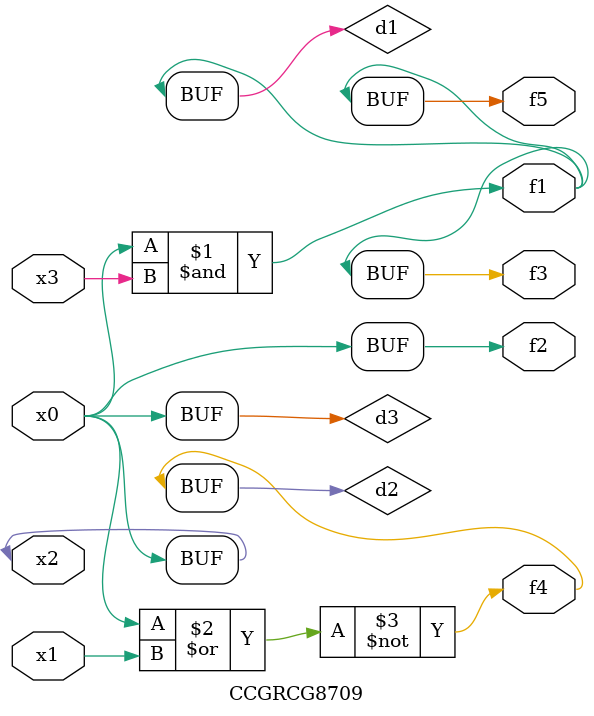
<source format=v>
module CCGRCG8709(
	input x0, x1, x2, x3,
	output f1, f2, f3, f4, f5
);

	wire d1, d2, d3;

	and (d1, x2, x3);
	nor (d2, x0, x1);
	buf (d3, x0, x2);
	assign f1 = d1;
	assign f2 = d3;
	assign f3 = d1;
	assign f4 = d2;
	assign f5 = d1;
endmodule

</source>
